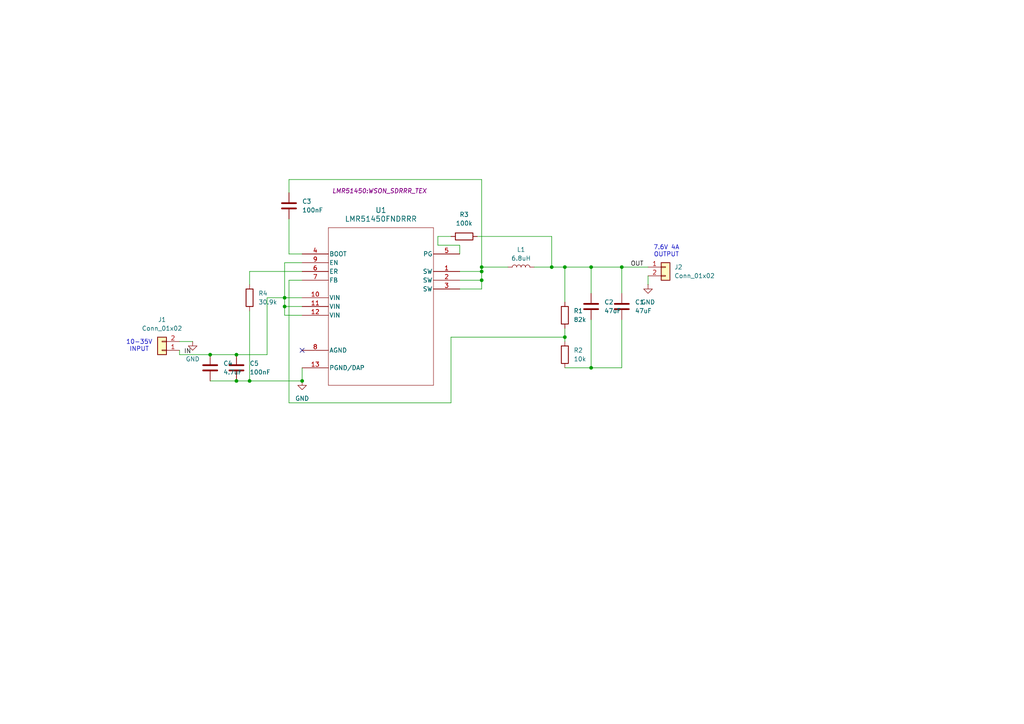
<source format=kicad_sch>
(kicad_sch (version 20250114) (generator "eeschema") (generator_version "9.0")
  (paper "A4")
  (lib_symbols
    (symbol "Connector_Generic:Conn_01x02" (pin_names (offset 1.016) (hide yes))
      (property "Reference" "J" (at 0 2.54 0))
      (property "Value" "Conn_01x02" (at 0 -5.08 0))
      (symbol "Conn_01x02_1_1"
        (rectangle (start -1.27 1.27) (end 1.27 -3.81) (stroke (width 0.254)) (fill (type background)))
        (rectangle (start -1.27 0.127) (end 0 -0.127) (stroke (width 0.1524)))
        (rectangle (start -1.27 -2.413) (end 0 -2.667) (stroke (width 0.1524)))
        (pin passive line (at -5.08 0 0) (length 3.81) (name "Pin_1") (number "1"))
        (pin passive line (at -5.08 -2.54 0) (length 3.81) (name "Pin_2") (number "2"))
      )
    )
    (symbol "Device:C" (pin_numbers (hide yes)) (pin_names (offset 0.254))
      (property "Reference" "C" (at 0.635 2.54 0))
      (property "Value" "C" (at 0.635 -2.54 0))
      (symbol "C_0_1"
        (polyline (pts (xy -2.032 0.762) (xy 2.032 0.762)) (stroke (width 0.508)))
        (polyline (pts (xy -2.032 -0.762) (xy 2.032 -0.762)) (stroke (width 0.508)))
      )
      (symbol "C_1_1"
        (pin passive line (at 0 3.81 270) (length 2.794) (name "~") (number "1"))
        (pin passive line (at 0 -3.81 90) (length 2.794) (name "~") (number "2"))
      )
    )
    (symbol "Device:L" (pin_numbers (hide yes)) (pin_names (offset 1.016) (hide yes))
      (property "Reference" "L" (at -1.27 0 90))
      (property "Value" "L" (at 1.905 0 90))
      (symbol "L_0_1"
        (arc (start 0 2.54) (mid 0.6323 1.905) (end 0 1.27))
        (arc (start 0 1.27) (mid 0.6323 0.635) (end 0 0))
        (arc (start 0 0) (mid 0.6323 -0.635) (end 0 -1.27))
        (arc (start 0 -1.27) (mid 0.6323 -1.905) (end 0 -2.54))
      )
      (symbol "L_1_1"
        (pin passive line (at 0 3.81 270) (length 1.27) (name "1") (number "1"))
        (pin passive line (at 0 -3.81 90) (length 1.27) (name "2") (number "2"))
      )
    )
    (symbol "Device:R" (pin_numbers (hide yes)) (pin_names (offset 0))
      (property "Reference" "R" (at 2.032 0 90))
      (property "Value" "R" (at 0 0 90))
      (symbol "R_0_1"
        (rectangle (start -1.016 -2.54) (end 1.016 2.54) (stroke (width 0.254)))
      )
      (symbol "R_1_1"
        (pin passive line (at 0 3.81 270) (length 1.27) (name "~") (number "1"))
        (pin passive line (at 0 -3.81 90) (length 1.27) (name "~") (number "2"))
      )
    )
    (symbol "LMR51450:LMR51450FNDRRR" (pin_names (offset 0.254))
      (property "Reference" "U" (at 22.86 12.7 0))
      (property "Value" "LMR51450FNDRRR" (at 22.86 10.16 0))
      (symbol "LMR51450FNDRRR_0_1"
        (polyline (pts (xy 7.62 7.62) (xy 7.62 -38.1)) (stroke (width 0.127)))
        (polyline (pts (xy 7.62 -38.1) (xy 38.1 -38.1)) (stroke (width 0.127)))
        (polyline (pts (xy 38.1 7.62) (xy 7.62 7.62)) (stroke (width 0.127)))
        (polyline (pts (xy 38.1 -38.1) (xy 38.1 7.62)) (stroke (width 0.127)))
        (pin unspecified line (at 0 0 0) (length 7.62) (name "BOOT") (number "4"))
        (pin unspecified line (at 0 -2.54 0) (length 7.62) (name "EN") (number "9"))
        (pin unspecified line (at 0 -5.08 0) (length 7.62) (name "ER") (number "6"))
        (pin unspecified line (at 0 -7.62 0) (length 7.62) (name "FB") (number "7"))
        (pin unspecified line (at 0 -12.7 0) (length 7.62) (name "VIN") (number "10"))
        (pin unspecified line (at 0 -15.24 0) (length 7.62) (name "VIN") (number "11"))
        (pin unspecified line (at 0 -17.78 0) (length 7.62) (name "VIN") (number "12"))
        (pin power_out line (at 0 -27.94 0) (length 7.62) (name "AGND") (number "8"))
        (pin power_out line (at 0 -33.02 0) (length 7.62) (name "PGND/DAP") (number "13"))
        (pin unspecified line (at 45.72 0 180) (length 7.62) (name "PG") (number "5"))
        (pin unspecified line (at 45.72 -5.08 180) (length 7.62) (name "SW") (number "1"))
        (pin unspecified line (at 45.72 -7.62 180) (length 7.62) (name "SW") (number "2"))
        (pin unspecified line (at 45.72 -10.16 180) (length 7.62) (name "SW") (number "3"))
      )
    )
    (symbol "power:GND" (power) (pin_numbers (hide yes)) (pin_names (offset 0) (hide yes))
      (property "Value" "GND" (at 0 -3.81 0))
      (symbol "GND_0_1"
        (polyline (pts (xy 0 0) (xy 0 -1.27) (xy 1.27 -1.27) (xy 0 -2.54) (xy -1.27 -1.27) (xy 0 -1.27)))
      )
      (symbol "GND_1_1"
        (pin power_in line (at 0 0 270) (length 0) (name "~") (number "1"))
      )
    )
  )
  (text "10-35V\nINPUT\n" (at 40.386 100.33 0) (effects (font (size 1.27 1.27))))
  (text "7.6V 4A\nOUTPUT" (at 193.294 72.898 0) (effects (font (size 1.27 1.27))))
  (junction (at 72.39 110.49))
  (junction (at 171.45 106.68))
  (junction (at 82.55 88.9))
  (junction (at 139.7 78.74))
  (junction (at 68.58 110.49))
  (junction (at 163.83 97.79))
  (junction (at 87.63 110.49))
  (junction (at 163.83 77.47))
  (junction (at 60.96 102.87))
  (junction (at 68.58 102.87))
  (junction (at 160.02 77.47))
  (junction (at 180.34 77.47))
  (junction (at 139.7 81.28))
  (junction (at 139.7 77.47))
  (junction (at 171.45 77.47))
  (junction (at 82.55 86.36))
  (no_connect (at 87.63 101.6))
  (wire (pts (xy 77.47 86.36) (xy 82.55 86.36)))
  (wire (pts (xy 133.35 83.82) (xy 139.7 83.82)))
  (wire (pts (xy 72.39 90.17) (xy 72.39 110.49)))
  (wire (pts (xy 160.02 77.47) (xy 163.83 77.47)))
  (wire (pts (xy 163.83 77.47) (xy 163.83 87.63)))
  (wire (pts (xy 133.35 71.12) (xy 133.35 73.66)))
  (wire (pts (xy 72.39 110.49) (xy 87.63 110.49)))
  (wire (pts (xy 130.81 97.79) (xy 130.81 116.84)))
  (wire (pts (xy 60.96 102.87) (xy 52.07 102.87)))
  (wire (pts (xy 133.35 81.28) (xy 139.7 81.28)))
  (wire (pts (xy 139.7 77.47) (xy 139.7 78.74)))
  (wire (pts (xy 139.7 78.74) (xy 139.7 81.28)))
  (wire (pts (xy 83.82 116.84) (xy 83.82 81.28)))
  (wire (pts (xy 52.07 99.06) (xy 55.88 99.06)))
  (wire (pts (xy 139.7 83.82) (xy 139.7 81.28)))
  (wire (pts (xy 163.83 95.25) (xy 163.83 97.79)))
  (wire (pts (xy 171.45 77.47) (xy 180.34 77.47)))
  (wire (pts (xy 83.82 63.5) (xy 83.82 73.66)))
  (wire (pts (xy 82.55 76.2) (xy 82.55 86.36)))
  (wire (pts (xy 180.34 77.47) (xy 180.34 85.09)))
  (wire (pts (xy 163.83 77.47) (xy 171.45 77.47)))
  (wire (pts (xy 83.82 52.07) (xy 139.7 52.07)))
  (wire (pts (xy 127 71.12) (xy 133.35 71.12)))
  (wire (pts (xy 83.82 81.28) (xy 87.63 81.28)))
  (wire (pts (xy 87.63 106.68) (xy 87.63 110.49)))
  (wire (pts (xy 68.58 110.49) (xy 72.39 110.49)))
  (wire (pts (xy 171.45 106.68) (xy 163.83 106.68)))
  (wire (pts (xy 160.02 77.47) (xy 160.02 68.58)))
  (wire (pts (xy 60.96 110.49) (xy 68.58 110.49)))
  (wire (pts (xy 82.55 91.44) (xy 82.55 88.9)))
  (wire (pts (xy 87.63 91.44) (xy 82.55 91.44)))
  (wire (pts (xy 187.96 80.01) (xy 187.96 82.55)))
  (wire (pts (xy 83.82 116.84) (xy 130.81 116.84)))
  (wire (pts (xy 180.34 92.71) (xy 180.34 106.68)))
  (wire (pts (xy 72.39 82.55) (xy 72.39 78.74)))
  (wire (pts (xy 154.94 77.47) (xy 160.02 77.47)))
  (wire (pts (xy 83.82 55.88) (xy 83.82 52.07)))
  (wire (pts (xy 171.45 77.47) (xy 171.45 85.09)))
  (wire (pts (xy 139.7 77.47) (xy 147.32 77.47)))
  (wire (pts (xy 68.58 102.87) (xy 77.47 102.87)))
  (wire (pts (xy 52.07 102.87) (xy 52.07 101.6)))
  (wire (pts (xy 82.55 86.36) (xy 87.63 86.36)))
  (wire (pts (xy 87.63 76.2) (xy 82.55 76.2)))
  (wire (pts (xy 77.47 86.36) (xy 77.47 102.87)))
  (wire (pts (xy 130.81 68.58) (xy 127 68.58)))
  (wire (pts (xy 180.34 106.68) (xy 171.45 106.68)))
  (wire (pts (xy 163.83 97.79) (xy 130.81 97.79)))
  (wire (pts (xy 133.35 78.74) (xy 139.7 78.74)))
  (wire (pts (xy 82.55 88.9) (xy 82.55 86.36)))
  (wire (pts (xy 87.63 88.9) (xy 82.55 88.9)))
  (wire (pts (xy 127 68.58) (xy 127 71.12)))
  (wire (pts (xy 138.43 68.58) (xy 160.02 68.58)))
  (wire (pts (xy 171.45 92.71) (xy 171.45 106.68)))
  (wire (pts (xy 180.34 77.47) (xy 187.96 77.47)))
  (wire (pts (xy 60.96 102.87) (xy 68.58 102.87)))
  (wire (pts (xy 139.7 52.07) (xy 139.7 77.47)))
  (wire (pts (xy 83.82 73.66) (xy 87.63 73.66)))
  (wire (pts (xy 72.39 78.74) (xy 87.63 78.74)))
  (wire (pts (xy 163.83 97.79) (xy 163.83 99.06)))
  (label "IN" (at 53.34 102.87 0))
  (label "OUT" (at 182.88 77.47 0))
  (symbol (lib_id "Device:R") (at 163.83 102.87 0) (unit 1)
    (property "Reference" "R2" (at 166.37 101.5999 0) (effects (justify left)))
    (property "Value" "10k" (at 166.37 104.1399 0) (effects (justify left)))
    (property "Footprint" "Resistor_SMD:R_0603_1608Metric" (effects (hide yes)))
    (property "Description" "Resistor" (effects (hide yes)))
  )
  (symbol (lib_id "Connector_Generic:Conn_01x02") (at 193.04 77.47 0) (unit 1)
    (property "Reference" "J2" (at 195.58 77.4699 0) (effects (justify left)))
    (property "Value" "Conn_01x02" (at 195.58 80.0099 0) (effects (justify left)))
    (property "Footprint" "Connector_PinHeader_2.54mm:PinHeader_1x02_P2.54mm_Vertical" (effects (hide yes)))
    (property "Description" "Generic connector, single row, 01x02, script generated (kicad-library-utils/schlib/autogen/connector/)" (effects (hide yes)))
  )
  (symbol (lib_id "LMR51450:LMR51450FNDRRR") (at 87.63 73.66 0) (unit 1)
    (property "Reference" "U1" (at 110.49 60.96 0) (effects (font (size 1.524 1.524))))
    (property "Value" "LMR51450FNDRRR" (at 110.49 63.5 0) (effects (font (size 1.524 1.524))))
    (property "Footprint" "LMR51450:WSON_SDRRR_TEX" (at 109.982 55.372 0) (effects (font (italic yes))))
    (property "Datasheet" "https://www.ti.com/lit/gpn/lmr51450" (effects (hide yes)))
  )
  (symbol (lib_id "Device:C") (at 68.58 106.68 0) (unit 1)
    (property "Reference" "C5" (at 72.39 105.4099 0) (effects (justify left)))
    (property "Value" "100nF" (at 72.39 107.9499 0) (effects (justify left)))
    (property "Footprint" "Capacitor_SMD:C_0603_1608Metric" (effects (hide yes)))
    (property "Description" "Unpolarized capacitor" (effects (hide yes)))
  )
  (symbol (lib_id "Device:C") (at 171.45 88.9 0) (unit 1)
    (property "Reference" "C2" (at 175.26 87.6299 0) (effects (justify left)))
    (property "Value" "47uF" (at 175.26 90.1699 0) (effects (justify left)))
    (property "Footprint" "Capacitor_SMD:C_1206_3216Metric" (effects (hide yes)))
    (property "Description" "Unpolarized capacitor" (effects (hide yes)))
  )
  (symbol (lib_id "Device:R") (at 72.39 86.36 0) (unit 1)
    (property "Reference" "R4" (at 74.93 85.0899 0) (effects (justify left)))
    (property "Value" "30.9k" (at 74.93 87.6299 0) (effects (justify left)))
    (property "Footprint" "Resistor_SMD:R_0603_1608Metric" (effects (hide yes)))
  )
  (symbol (lib_id "Device:L") (at 151.13 77.47 90) (unit 1)
    (property "Reference" "L1" (at 151.13 72.39 90))
    (property "Value" "6.8uH" (at 151.13 74.93 90))
    (property "Footprint" "Inductor_SMD:L_7.3x7.3_H3.5" (effects (hide yes)))
    (property "Description" "Inductor" (effects (hide yes)))
  )
  (symbol (lib_id "power:GND") (at 55.88 99.06 0) (unit 1)
    (property "Reference" "#PWR02" (effects (hide yes)))
    (property "Value" "GND" (at 55.88 104.14 0))
    (property "Description" "Power symbol creates a global label with name \"GND\" , ground" (effects (hide yes)))
  )
  (symbol (lib_id "Device:C") (at 60.96 106.68 0) (unit 1)
    (property "Reference" "C4" (at 64.77 105.4099 0) (effects (justify left)))
    (property "Value" "4.7uF" (at 64.77 107.9499 0) (effects (justify left)))
    (property "Footprint" "Capacitor_SMD:C_1206_3216Metric" (effects (hide yes)))
    (property "Description" "Unpolarized capacitor" (effects (hide yes)))
  )
  (symbol (lib_id "power:GND") (at 187.96 82.55 0) (unit 1)
    (property "Reference" "#PWR03" (effects (hide yes)))
    (property "Value" "GND" (at 187.96 87.63 0))
    (property "Description" "Power symbol creates a global label with name \"GND\" , ground" (effects (hide yes)))
  )
  (symbol (lib_id "power:GND") (at 87.63 110.49 0) (unit 1)
    (property "Reference" "#PWR01" (effects (hide yes)))
    (property "Value" "GND" (at 87.63 115.57 0))
    (property "Description" "Power symbol creates a global label with name \"GND\" , ground" (effects (hide yes)))
  )
  (symbol (lib_id "Device:R") (at 134.62 68.58 90) (unit 1)
    (property "Reference" "R3" (at 134.62 62.23 90))
    (property "Value" "100k" (at 134.62 64.77 90))
    (property "Footprint" "Resistor_SMD:R_0603_1608Metric" (effects (hide yes)))
    (property "Description" "Resistor" (effects (hide yes)))
  )
  (symbol (lib_id "Device:R") (at 163.83 91.44 0) (unit 1)
    (property "Reference" "R1" (at 166.37 90.1699 0) (effects (justify left)))
    (property "Value" "82k" (at 166.37 92.7099 0) (effects (justify left)))
    (property "Footprint" "Resistor_SMD:R_0603_1608Metric" (effects (hide yes)))
    (property "Description" "Resistor" (effects (hide yes)))
  )
  (symbol (lib_id "Device:C") (at 180.34 88.9 0) (unit 1)
    (property "Reference" "C1" (at 184.15 87.63 0) (effects (justify left)))
    (property "Value" "47uF" (at 184.15 90.1699 0) (effects (justify left)))
    (property "Footprint" "Capacitor_SMD:C_1206_3216Metric" (effects (hide yes)))
    (property "Description" "Unpolarized capacitor" (effects (hide yes)))
  )
  (symbol (lib_id "Device:C") (at 83.82 59.69 0) (unit 1)
    (property "Reference" "C3" (at 87.63 58.4199 0) (effects (justify left)))
    (property "Value" "100nF" (at 87.63 60.9599 0) (effects (justify left)))
    (property "Footprint" "Capacitor_SMD:C_0603_1608Metric" (effects (hide yes)))
    (property "Description" "Unpolarized capacitor" (effects (hide yes)))
  )
  (symbol (lib_id "Connector_Generic:Conn_01x02") (at 46.99 101.6 180) (unit 1)
    (property "Reference" "J1" (at 46.99 92.71 0))
    (property "Value" "Conn_01x02" (at 46.99 95.25 0))
    (property "Footprint" "Connector_PinHeader_2.54mm:PinHeader_1x02_P2.54mm_Vertical" (effects (hide yes)))
    (property "Description" "Generic connector, single row, 01x02, script generated (kicad-library-utils/schlib/autogen/connector/)" (effects (hide yes)))
  )
)
</source>
